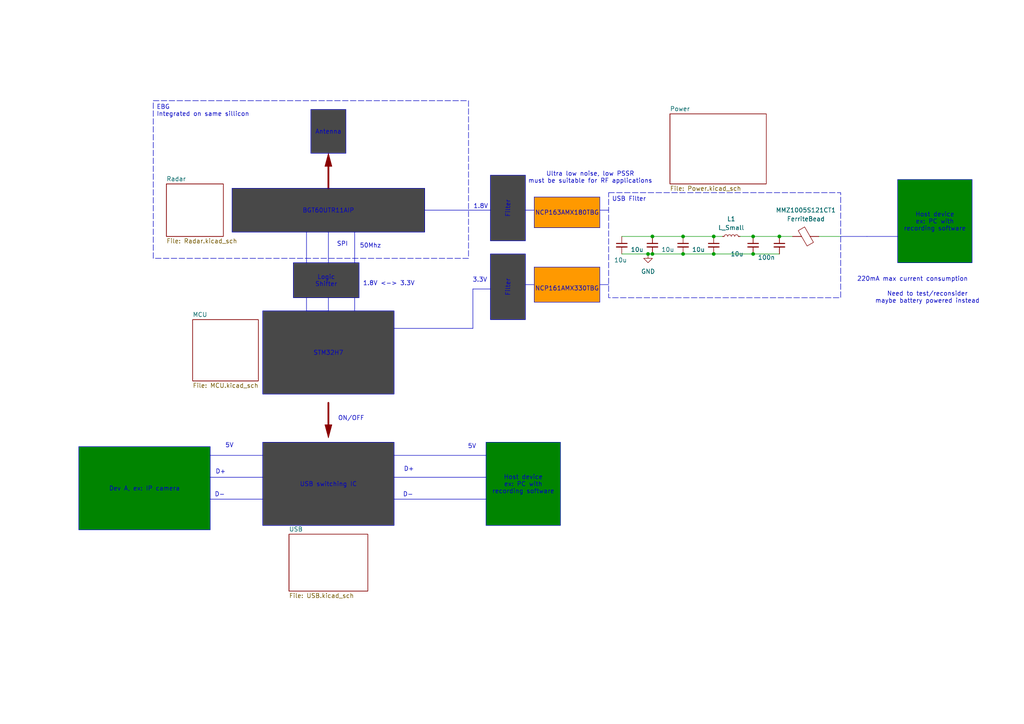
<source format=kicad_sch>
(kicad_sch (version 20231120) (generator "eeschema") (generator_version "8.0")
  (paper "A4")
  (lib_symbols
    (symbol "Device:C_Small" (pin_numbers hide) (pin_names (offset 0.254) hide)
      (property "Reference" "C" (at 0.254 1.778 0))
      (property "Value" "C_Small" (at 0.254 -2.032 0))
      (symbol "C_Small_0_1"
        (polyline (pts (xy -1.524 -0.508) (xy 1.524 -0.508)) (stroke (width 0.3302)))
        (polyline (pts (xy -1.524 0.508) (xy 1.524 0.508)) (stroke (width 0.3048)))
      )
      (symbol "C_Small_1_1"
        (pin passive line (at 0 2.54 270) (length 2.032) (name "~") (number "1"))
        (pin passive line (at 0 -2.54 90) (length 2.032) (name "~") (number "2"))
      )
    )
    (symbol "Device:FerriteBead" (pin_numbers hide) (pin_names (offset 0))
      (property "Reference" "FB" (at -3.81 0.635 90))
      (property "Value" "FerriteBead" (at 3.81 0 90))
      (symbol "FerriteBead_0_1"
        (polyline (pts (xy 0 -1.27) (xy 0 -1.2192)))
        (polyline (pts (xy 0 1.27) (xy 0 1.2954)))
        (polyline (pts (xy -2.7686 0.4064) (xy -1.7018 2.2606) (xy 2.7686 -0.3048) (xy 1.6764 -2.159) (xy -2.7686 0.4064)))
      )
      (symbol "FerriteBead_1_1"
        (pin passive line (at 0 3.81 270) (length 2.54) (name "~") (number "1"))
        (pin passive line (at 0 -3.81 90) (length 2.54) (name "~") (number "2"))
      )
    )
    (symbol "Device:L_Small" (pin_numbers hide) (pin_names (offset 0.254) hide)
      (property "Reference" "L" (at 0.762 1.016 0))
      (property "Value" "L_Small" (at 0.762 -1.016 0))
      (symbol "L_Small_0_1"
        (arc (start 0 -2.032) (mid 0.5058 -1.524) (end 0 -1.016))
        (arc (start 0 -1.016) (mid 0.5058 -0.508) (end 0 0))
        (arc (start 0 0) (mid 0.5058 0.508) (end 0 1.016))
        (arc (start 0 1.016) (mid 0.5058 1.524) (end 0 2.032))
      )
      (symbol "L_Small_1_1"
        (pin passive line (at 0 2.54 270) (length 0.508) (name "~") (number "1"))
        (pin passive line (at 0 -2.54 90) (length 0.508) (name "~") (number "2"))
      )
    )
    (symbol "Graphic:SYM_Arrow_XLarge" (in_bom no) (on_board no)
      (symbol "SYM_Arrow_XLarge_0_1"
        (polyline (pts (xy 2.54 0) (xy -5.08 0)) (stroke (width 0.508)))
        (polyline (pts (xy 5.08 0) (xy 1.27 -1.016) (xy 1.27 1.016) (xy 5.08 0)) (fill (type outline)))
      )
    )
    (symbol "power:GND" (power) (pin_numbers hide) (pin_names (offset 0) hide)
      (property "Value" "GND" (at 0 -3.81 0))
      (symbol "GND_0_1"
        (polyline (pts (xy 0 0) (xy 0 -1.27) (xy 1.27 -1.27) (xy 0 -2.54) (xy -1.27 -1.27) (xy 0 -1.27)))
      )
      (symbol "GND_1_1"
        (pin power_in line (at 0 0 270) (length 0) (name "~") (number "1"))
      )
    )
  )
  (junction (at 218.44 73.66))
  (junction (at 187.96 73.66))
  (junction (at 189.23 73.66))
  (junction (at 207.01 68.58))
  (junction (at 198.12 73.66))
  (junction (at 189.23 68.58))
  (junction (at 207.01 73.66))
  (junction (at 218.44 68.58))
  (junction (at 226.06 68.58))
  (junction (at 198.12 68.58))
  (polyline (pts (xy 114.3 132.08) (xy 140.97 132.08)))
  (polyline (pts (xy 152.4 82.55) (xy 154.94 82.55)))
  (polyline (pts (xy 88.9 67.31) (xy 88.9 76.2)))
  (polyline (pts (xy 95.25 90.17) (xy 88.9 90.17)))
  (polyline (pts (xy 173.99 82.55) (xy 176.53 82.55)))
  (wire (pts (xy 187.96 73.66) (xy 180.34 73.66)))
  (polyline (pts (xy 95.25 67.31) (xy 95.25 76.2)))
  (polyline (pts (xy 60.96 144.78) (xy 76.2 144.78)))
  (wire (pts (xy 218.44 73.66) (xy 207.01 73.66)))
  (wire (pts (xy 198.12 73.66) (xy 189.23 73.66)))
  (polyline (pts (xy 114.3 95.25) (xy 137.16 95.25)))
  (polyline (pts (xy 251.46 68.58) (xy 260.35 68.58)))
  (polyline (pts (xy 114.3 138.43) (xy 140.97 138.43)))
  (polyline (pts (xy 60.96 132.08) (xy 76.2 132.08)))
  (wire (pts (xy 207.01 68.58) (xy 198.12 68.58)))
  (wire (pts (xy 189.23 73.66) (xy 187.96 73.66)))
  (wire (pts (xy 209.55 68.58) (xy 207.01 68.58)))
  (wire (pts (xy 207.01 73.66) (xy 198.12 73.66)))
  (polyline (pts (xy 88.9 86.36) (xy 88.9 90.17)))
  (wire (pts (xy 226.06 68.58) (xy 218.44 68.58)))
  (wire (pts (xy 198.12 68.58) (xy 189.23 68.58)))
  (polyline (pts (xy 102.87 67.31) (xy 102.87 76.2)))
  (wire (pts (xy 189.23 68.58) (xy 180.34 68.58)))
  (polyline (pts (xy 173.99 60.96) (xy 176.53 60.96)))
  (wire (pts (xy 218.44 68.58) (xy 214.63 68.58)))
  (polyline (pts (xy 137.16 83.82) (xy 142.24 83.82)))
  (polyline (pts (xy 152.4 60.96) (xy 154.94 60.96)))
  (polyline (pts (xy 123.19 60.96) (xy 142.24 60.96)))
  (wire (pts (xy 229.87 68.58) (xy 226.06 68.58)))
  (wire (pts (xy 226.06 73.66) (xy 218.44 73.66)))
  (polyline (pts (xy 95.25 86.36) (xy 95.25 90.17)))
  (polyline (pts (xy 243.84 68.58) (xy 251.46 68.58)))
  (polyline (pts (xy 137.16 95.25) (xy 137.16 83.82)))
  (polyline (pts (xy 114.3 144.78) (xy 140.97 144.78)))
  (wire (pts (xy 237.49 68.58) (xy 243.84 68.58)))
  (polyline (pts (xy 60.96 138.43) (xy 76.2 138.43)))
  (polyline (pts (xy 102.87 86.36) (xy 102.87 90.17)))
  (text_box "Antenna\n" (at 90.17 31.75 0) (size 10.16 12.7) (fill (type color) (color 72 72 72 1)) (effects (font (size 1.27 1.27))))
  (text_box "Host device\nex: PC with recording software" (at 260.35 52.07 0) (size 21.59 24.13) (fill (type color) (color 0 132 0 1)) (effects (font (size 1.27 1.27))))
  (text_box "STM32H7\n" (at 76.2 90.17 0) (size 38.1 24.13) (fill (type color) (color 72 72 72 1)) (effects (font (size 1.27 1.27))))
  (text_box " NCP161AMX330TBG" (at 154.94 77.47 0) (size 19.05 10.16) (fill (type color) (color 255 153 0 1)) (effects (font (size 1.27 1.27))))
  (text_box "Host device\nex: PC with recording software" (at 140.97 128.27 0) (size 21.59 24.13) (fill (type color) (color 0 132 0 1)) (effects (font (size 1.27 1.27))))
  (text_box "USB switching IC" (at 76.2 128.27 0) (size 38.1 24.13) (fill (type color) (color 72 72 72 1)) (effects (font (size 1.27 1.27))))
  (text_box "Filter" (at 142.24 50.8 90) (size 10.16 19.05) (fill (type color) (color 72 72 72 1)) (effects (font (size 1.27 1.27))))
  (text_box "USB Filter" (at 176.53 55.88 0) (size 67.31 30.48) (stroke (width 0) (type dash)) (effects (font (size 1.27 1.27)) (justify left top)))
  (text_box "BGT60UTR11AIP" (at 67.31 54.61 0) (size 55.88 12.7) (fill (type color) (color 72 72 72 1)) (effects (font (size 1.27 1.27))))
  (text_box "Filter" (at 142.24 73.66 90) (size 10.16 19.05) (fill (type color) (color 72 72 72 1)) (effects (font (size 1.27 1.27))))
  (text_box "NCP163AMX180TBG" (at 154.94 57.15 0) (size 19.05 8.89) (fill (type color) (color 255 153 0 1)) (effects (font (size 1.27 1.27))))
  (text_box "Logic\nShifter\n" (at 85.09 76.2 0) (size 19.05 10.16) (fill (type color) (color 72 72 72 1)) (effects (font (size 1.27 1.27))))
  (text_box "Dev A, ex: IP camera" (at 22.86 129.54 0) (size 38.1 24.13) (fill (type color) (color 0 132 0 1)) (effects (font (size 1.27 1.27))))
  (text_box "EBG\nIntegrated on same sillicon" (at 44.45 29.21 0) (size 91.44 45.72) (stroke (width 0) (type dash)) (effects (font (size 1.27 1.27)) (justify left top)))
  (text "3.3V\n" (at 139.192 81.28 0) (effects (font (size 1.27 1.27))))
  (text "D-\n" (at 118.364 143.51 0) (effects (font (size 1.27 1.27))))
  (text "ON/OFF\n" (at 101.854 121.412 0) (effects (font (size 1.27 1.27))))
  (text "D-\n" (at 63.754 143.51 0) (effects (font (size 1.27 1.27))))
  (text "50Mhz" (at 107.442 71.374 0) (effects (font (size 1.27 1.27))))
  (text "1.8V <-> 3.3V" (at 112.776 82.296 0) (effects (font (size 1.27 1.27))))
  (text "Need to test/reconsider\nmaybe battery powered instead" (at 268.986 86.36 0) (effects (font (size 1.27 1.27))))
  (text "5V\n" (at 136.906 129.54 0) (effects (font (size 1.27 1.27))))
  (text "220mA max current consumption\n" (at 264.668 81.026 0) (effects (font (size 1.27 1.27))))
  (text "D+\n" (at 118.618 136.144 0) (effects (font (size 1.27 1.27))))
  (text "Ultra low noise, low PSSR\nmust be suitable for RF applications" (at 171.196 51.562 0) (effects (font (size 1.27 1.27))))
  (text "D+\n" (at 64.008 136.906 0) (effects (font (size 1.27 1.27))))
  (text "5V\n" (at 66.548 129.286 0) (effects (font (size 1.27 1.27))))
  (text "1.8V" (at 139.446 59.944 0) (effects (font (size 1.27 1.27))))
  (text "SPI\n" (at 99.314 70.866 0) (effects (font (size 1.27 1.27))))
  (symbol (lib_id "Device:C_Small") (at 218.44 71.12 0) (mirror y) (unit 1)
    (property "Reference" "C14" (effects (hide yes)))
    (property "Value" "10u" (at 215.646 73.66 0) (effects (justify left)))
    (property "Description" "Unpolarized capacitor, small symbol" (effects (hide yes)))
  )
  (symbol (lib_id "Graphic:SYM_Arrow_XLarge") (at 95.25 121.92 270) (unit 1) (exclude_from_sim yes) (in_bom no) (on_board no)
    (property "Reference" "#SYM3" (effects (hide yes)))
    (property "Value" "SYM_Arrow_XLarge" (effects (hide yes)))
    (property "Description" "Filled arrow, 400mil" (effects (hide yes)))
  )
  (symbol (lib_id "Device:C_Small") (at 207.01 71.12 0) (mirror y) (unit 1)
    (property "Reference" "C13" (effects (hide yes)))
    (property "Value" "10u" (at 204.47 72.3962 0) (effects (justify left)))
    (property "Description" "Unpolarized capacitor, small symbol" (effects (hide yes)))
  )
  (symbol (lib_id "Device:C_Small") (at 180.34 71.12 0) (mirror y) (unit 1)
    (property "Reference" "C10" (effects (hide yes)))
    (property "Value" "10u" (at 181.864 75.438 0) (effects (justify left)))
    (property "Description" "Unpolarized capacitor, small symbol" (effects (hide yes)))
  )
  (symbol (lib_id "Device:C_Small") (at 189.23 71.12 0) (mirror y) (unit 1)
    (property "Reference" "C11" (effects (hide yes)))
    (property "Value" "10u" (at 186.69 72.3962 0) (effects (justify left)))
    (property "Description" "Unpolarized capacitor, small symbol" (effects (hide yes)))
  )
  (symbol (lib_id "Device:C_Small") (at 198.12 71.12 0) (mirror y) (unit 1)
    (property "Reference" "C12" (effects (hide yes)))
    (property "Value" "10u" (at 195.58 72.3962 0) (effects (justify left)))
    (property "Description" "Unpolarized capacitor, small symbol" (effects (hide yes)))
  )
  (symbol (lib_id "Device:L_Small") (at 212.09 68.58 270) (mirror x) (unit 1)
    (property "Reference" "L1" (at 212.09 63.5 90))
    (property "Value" "L_Small" (at 212.09 66.04 90))
    (property "Description" "Inductor, small symbol" (effects (hide yes)))
  )
  (symbol (lib_id "Device:FerriteBead") (at 233.68 68.58 270) (mirror x) (unit 1)
    (property "Reference" "MMZ1005S121CT1" (at 233.7308 60.96 90))
    (property "Value" "FerriteBead" (at 233.7308 63.5 90))
    (property "Description" "Ferrite bead" (effects (hide yes)))
  )
  (symbol (lib_id "Graphic:SYM_Arrow_XLarge") (at 95.25 49.53 90) (unit 1) (exclude_from_sim yes) (in_bom no) (on_board no)
    (property "Reference" "#SYM1" (effects (hide yes)))
    (property "Value" "SYM_Arrow_XLarge" (effects (hide yes)))
    (property "Description" "Filled arrow, 400mil" (effects (hide yes)))
  )
  (symbol (lib_id "power:GND") (at 187.96 73.66 0) (unit 1)
    (property "Reference" "#PWR015" (effects (hide yes)))
    (property "Value" "GND" (at 187.96 78.74 0))
    (property "Description" "Power symbol creates a global label with name \"GND\" , ground" (effects (hide yes)))
  )
  (symbol (lib_id "Device:C_Small") (at 226.06 71.12 0) (mirror y) (unit 1)
    (property "Reference" "C15" (effects (hide yes)))
    (property "Value" "100n" (at 224.79 74.676 0) (effects (justify left)))
    (property "Description" "Unpolarized capacitor, small symbol" (effects (hide yes)))
  )
  (sheet (at 194.31 33.02) (size 27.94 20.32) (stroke (width 0.1524))
    (property "Sheetname" "Power" (at 194.31 32.3084 0) (effects (justify left bottom)))
    (property "Sheetfile" "Power.kicad_sch" (at 194.31 53.9246 0) (effects (justify left top)))
  )
  (sheet (at 83.82 154.94) (size 22.86 16.51) (stroke (width 0.1524))
    (property "Sheetname" "USB" (at 83.82 154.2284 0) (effects (justify left bottom)))
    (property "Sheetfile" "USB.kicad_sch" (at 83.82 172.0346 0) (effects (justify left top)))
  )
  (sheet (at 55.88 92.71) (size 19.05 17.78) (stroke (width 0.1524))
    (property "Sheetname" "MCU" (at 55.88 91.9984 0) (effects (justify left bottom)))
    (property "Sheetfile" "MCU.kicad_sch" (at 55.88 111.0746 0) (effects (justify left top)))
  )
  (sheet (at 48.26 53.34) (size 16.51 15.24) (stroke (width 0.1524))
    (property "Sheetname" "Radar" (at 48.26 52.6284 0) (effects (justify left bottom)))
    (property "Sheetfile" "Radar.kicad_sch" (at 48.26 69.1646 0) (effects (justify left top)))
  )
)
</source>
